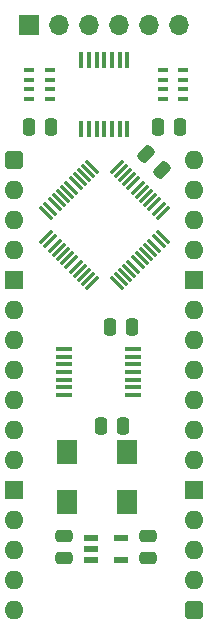
<source format=gts>
%TF.GenerationSoftware,KiCad,Pcbnew,8.0.7*%
%TF.CreationDate,2025-01-05T20:23:50+02:00*%
%TF.ProjectId,TTL5V,54544c35-562e-46b6-9963-61645f706362,V0*%
%TF.SameCoordinates,Original*%
%TF.FileFunction,Soldermask,Top*%
%TF.FilePolarity,Negative*%
%FSLAX46Y46*%
G04 Gerber Fmt 4.6, Leading zero omitted, Abs format (unit mm)*
G04 Created by KiCad (PCBNEW 8.0.7) date 2025-01-05 20:23:50*
%MOMM*%
%LPD*%
G01*
G04 APERTURE LIST*
G04 Aperture macros list*
%AMRoundRect*
0 Rectangle with rounded corners*
0 $1 Rounding radius*
0 $2 $3 $4 $5 $6 $7 $8 $9 X,Y pos of 4 corners*
0 Add a 4 corners polygon primitive as box body*
4,1,4,$2,$3,$4,$5,$6,$7,$8,$9,$2,$3,0*
0 Add four circle primitives for the rounded corners*
1,1,$1+$1,$2,$3*
1,1,$1+$1,$4,$5*
1,1,$1+$1,$6,$7*
1,1,$1+$1,$8,$9*
0 Add four rect primitives between the rounded corners*
20,1,$1+$1,$2,$3,$4,$5,0*
20,1,$1+$1,$4,$5,$6,$7,0*
20,1,$1+$1,$6,$7,$8,$9,0*
20,1,$1+$1,$8,$9,$2,$3,0*%
%AMRotRect*
0 Rectangle, with rotation*
0 The origin of the aperture is its center*
0 $1 length*
0 $2 width*
0 $3 Rotation angle, in degrees counterclockwise*
0 Add horizontal line*
21,1,$1,$2,0,0,$3*%
G04 Aperture macros list end*
%ADD10R,0.450000X1.475000*%
%ADD11R,1.700000X1.700000*%
%ADD12O,1.700000X1.700000*%
%ADD13RoundRect,0.250000X0.475000X-0.250000X0.475000X0.250000X-0.475000X0.250000X-0.475000X-0.250000X0*%
%ADD14R,0.900000X0.450000*%
%ADD15RoundRect,0.250000X0.250000X0.475000X-0.250000X0.475000X-0.250000X-0.475000X0.250000X-0.475000X0*%
%ADD16RoundRect,0.400000X-0.400000X-0.400000X0.400000X-0.400000X0.400000X0.400000X-0.400000X0.400000X0*%
%ADD17O,1.600000X1.600000*%
%ADD18R,1.600000X1.600000*%
%ADD19RoundRect,0.250000X-0.250000X-0.475000X0.250000X-0.475000X0.250000X0.475000X-0.250000X0.475000X0*%
%ADD20RoundRect,0.250000X0.512652X0.159099X0.159099X0.512652X-0.512652X-0.159099X-0.159099X-0.512652X0*%
%ADD21R,1.475000X0.450000*%
%ADD22RotRect,0.279400X1.473200X45.000000*%
%ADD23RotRect,0.279400X1.473200X315.000000*%
%ADD24R,1.800000X2.000000*%
%ADD25R,1.150000X0.600000*%
G04 APERTURE END LIST*
D10*
%TO.C,IC3*%
X5670000Y2650000D03*
X6320000Y2650000D03*
X6970000Y2650000D03*
X7620000Y2650000D03*
X8270000Y2650000D03*
X8920000Y2650000D03*
X9570000Y2650000D03*
X9570000Y8526000D03*
X8920000Y8526000D03*
X8270000Y8526000D03*
X7620000Y8526000D03*
X6970000Y8526000D03*
X6320000Y8526000D03*
X5670000Y8526000D03*
%TD*%
D11*
%TO.C,J2*%
X1270001Y11430000D03*
D12*
X3810001Y11430000D03*
X6350001Y11430000D03*
X8890001Y11430000D03*
X11430001Y11430000D03*
X13970001Y11430000D03*
%TD*%
D13*
%TO.C,C18*%
X11303000Y-33700000D03*
X11303000Y-31800000D03*
%TD*%
D14*
%TO.C,RN2*%
X2970000Y5220000D03*
X2970000Y6020000D03*
X2970000Y6820000D03*
X2970000Y7620000D03*
X1270000Y7620000D03*
X1270000Y6820000D03*
X1270000Y6020000D03*
X1270000Y5220000D03*
%TD*%
D15*
%TO.C,C2*%
X3093000Y2794000D03*
X1193000Y2794000D03*
%TD*%
%TO.C,C3*%
X14015000Y2794000D03*
X12115000Y2794000D03*
%TD*%
D16*
%TO.C,J1*%
X0Y0D03*
D17*
X0Y-2540000D03*
X0Y-5080000D03*
X0Y-7620000D03*
D18*
X0Y-10160000D03*
D17*
X0Y-12700000D03*
X0Y-15240000D03*
X0Y-17780000D03*
X0Y-20320000D03*
X0Y-22860000D03*
X0Y-25400000D03*
D18*
X0Y-27940000D03*
D17*
X0Y-30480000D03*
X0Y-33020000D03*
X0Y-35560000D03*
X0Y-38100000D03*
D16*
X15240000Y-38100000D03*
D17*
X15240000Y-35560000D03*
X15240000Y-33020000D03*
X15240000Y-30480000D03*
D18*
X15240000Y-27940000D03*
D17*
X15240000Y-25400000D03*
X15240000Y-22860000D03*
X15240000Y-20320000D03*
X15240000Y-17780000D03*
X15240000Y-15240000D03*
X15240000Y-12700000D03*
D18*
X15240000Y-10160000D03*
D17*
X15240000Y-7620000D03*
X15240000Y-5080000D03*
X15240000Y-2540000D03*
X15240000Y0D03*
%TD*%
D15*
%TO.C,C1*%
X9951000Y-14097000D03*
X8051000Y-14097000D03*
%TD*%
D14*
%TO.C,RN1*%
X12573000Y7620000D03*
X12573000Y6820000D03*
X12573000Y6020000D03*
X12573000Y5220000D03*
X14273000Y5220000D03*
X14273000Y6020000D03*
X14273000Y6820000D03*
X14273000Y7620000D03*
%TD*%
D19*
%TO.C,C16*%
X7321000Y-22479000D03*
X9221000Y-22479000D03*
%TD*%
D20*
%TO.C,C15*%
X12471438Y-787438D03*
X11127935Y556065D03*
%TD*%
D21*
%TO.C,IC5*%
X4174000Y-15957000D03*
X4174000Y-16607000D03*
X4174000Y-17257000D03*
X4174000Y-17907000D03*
X4174000Y-18557000D03*
X4174000Y-19207000D03*
X4174000Y-19857000D03*
X10050000Y-19857000D03*
X10050000Y-19207000D03*
X10050000Y-18557000D03*
X10050000Y-17907000D03*
X10050000Y-17257000D03*
X10050000Y-16607000D03*
X10050000Y-15957000D03*
%TD*%
D22*
%TO.C,IC2*%
X6578290Y-539820D03*
X6237041Y-881069D03*
X5877830Y-1240280D03*
X5518620Y-1599490D03*
X5177370Y-1940740D03*
X4818160Y-2299950D03*
X4458950Y-2659160D03*
X4099740Y-3018370D03*
X3758490Y-3359620D03*
X3399280Y-3718830D03*
X3040069Y-4078041D03*
X2698820Y-4419290D03*
D23*
X2698820Y-6502710D03*
X3040069Y-6843959D03*
X3399280Y-7203170D03*
X3758490Y-7562380D03*
X4099740Y-7903630D03*
X4458950Y-8262840D03*
X4818160Y-8622050D03*
X5177370Y-8981260D03*
X5518620Y-9322510D03*
X5877830Y-9681720D03*
X6237041Y-10040931D03*
X6578290Y-10382180D03*
D22*
X8661710Y-10382180D03*
X9002959Y-10040931D03*
X9362170Y-9681720D03*
X9721380Y-9322510D03*
X10062630Y-8981260D03*
X10421840Y-8622050D03*
X10781050Y-8262840D03*
X11140260Y-7903630D03*
X11481510Y-7562380D03*
X11840720Y-7203170D03*
X12199931Y-6843959D03*
X12541180Y-6502710D03*
D23*
X12541180Y-4419290D03*
X12199931Y-4078041D03*
X11840720Y-3718830D03*
X11481510Y-3359620D03*
X11140260Y-3018370D03*
X10781050Y-2659160D03*
X10421840Y-2299950D03*
X10062630Y-1940740D03*
X9721380Y-1599490D03*
X9362170Y-1240280D03*
X9002959Y-881069D03*
X8661710Y-539820D03*
%TD*%
D24*
%TO.C,Y1*%
X4445000Y-28897000D03*
X9525000Y-28897000D03*
X9525000Y-24697000D03*
X4445000Y-24697000D03*
%TD*%
D25*
%TO.C,IC4*%
X6447000Y-31943000D03*
X6447000Y-32893000D03*
X6447000Y-33843000D03*
X9047000Y-33843000D03*
X9047000Y-31943000D03*
%TD*%
D13*
%TO.C,C17*%
X4191000Y-33700000D03*
X4191000Y-31800000D03*
%TD*%
M02*

</source>
